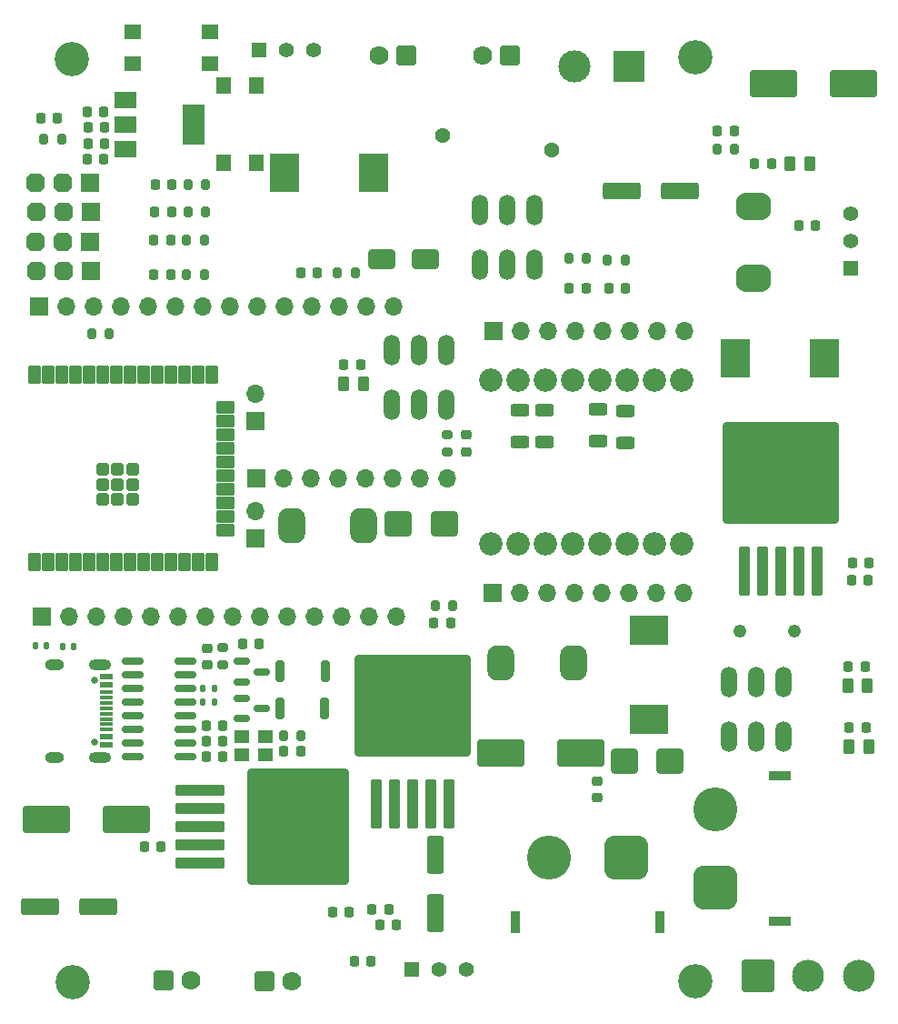
<source format=gbr>
%TF.GenerationSoftware,KiCad,Pcbnew,8.0.2*%
%TF.CreationDate,2024-05-19T21:43:39+05:30*%
%TF.ProjectId,Evoborne,45766f62-6f72-46e6-952e-6b696361645f,rev?*%
%TF.SameCoordinates,Original*%
%TF.FileFunction,Soldermask,Top*%
%TF.FilePolarity,Negative*%
%FSLAX46Y46*%
G04 Gerber Fmt 4.6, Leading zero omitted, Abs format (unit mm)*
G04 Created by KiCad (PCBNEW 8.0.2) date 2024-05-19 21:43:39*
%MOMM*%
%LPD*%
G01*
G04 APERTURE LIST*
G04 Aperture macros list*
%AMRoundRect*
0 Rectangle with rounded corners*
0 $1 Rounding radius*
0 $2 $3 $4 $5 $6 $7 $8 $9 X,Y pos of 4 corners*
0 Add a 4 corners polygon primitive as box body*
4,1,4,$2,$3,$4,$5,$6,$7,$8,$9,$2,$3,0*
0 Add four circle primitives for the rounded corners*
1,1,$1+$1,$2,$3*
1,1,$1+$1,$4,$5*
1,1,$1+$1,$6,$7*
1,1,$1+$1,$8,$9*
0 Add four rect primitives between the rounded corners*
20,1,$1+$1,$2,$3,$4,$5,0*
20,1,$1+$1,$4,$5,$6,$7,0*
20,1,$1+$1,$6,$7,$8,$9,0*
20,1,$1+$1,$8,$9,$2,$3,0*%
%AMFreePoly0*
4,1,25,0.440719,0.844196,0.452842,0.833842,0.833842,0.452842,0.862349,0.396894,0.863600,0.381000,0.863600,-0.381000,0.844196,-0.440719,0.833842,-0.452842,0.452842,-0.833842,0.396894,-0.862349,0.381000,-0.863600,-0.381000,-0.863600,-0.440719,-0.844196,-0.452842,-0.833842,-0.833842,-0.452842,-0.862349,-0.396894,-0.863600,-0.381000,-0.863600,0.381000,-0.844196,0.440719,-0.833842,0.452842,
-0.452842,0.833842,-0.396894,0.862349,-0.381000,0.863600,0.381000,0.863600,0.440719,0.844196,0.440719,0.844196,$1*%
G04 Aperture macros list end*
%ADD10RoundRect,0.250000X1.500000X0.550000X-1.500000X0.550000X-1.500000X-0.550000X1.500000X-0.550000X0*%
%ADD11RoundRect,0.200000X-0.200000X-0.275000X0.200000X-0.275000X0.200000X0.275000X-0.200000X0.275000X0*%
%ADD12RoundRect,0.250000X0.300000X-2.050000X0.300000X2.050000X-0.300000X2.050000X-0.300000X-2.050000X0*%
%ADD13RoundRect,0.250002X5.149998X-4.449998X5.149998X4.449998X-5.149998X4.449998X-5.149998X-4.449998X0*%
%ADD14RoundRect,0.101600X-0.762000X0.762000X-0.762000X-0.762000X0.762000X-0.762000X0.762000X0.762000X0*%
%ADD15FreePoly0,270.000000*%
%ADD16R,1.700000X1.700000*%
%ADD17O,1.700000X1.700000*%
%ADD18RoundRect,0.102000X0.787500X0.787500X-0.787500X0.787500X-0.787500X-0.787500X0.787500X-0.787500X0*%
%ADD19C,1.779000*%
%ADD20R,2.700000X3.600000*%
%ADD21RoundRect,0.250000X-1.000000X-0.650000X1.000000X-0.650000X1.000000X0.650000X-1.000000X0.650000X0*%
%ADD22RoundRect,0.200000X-0.200000X-0.800000X0.200000X-0.800000X0.200000X0.800000X-0.200000X0.800000X0*%
%ADD23RoundRect,0.102000X0.450000X-0.750000X0.450000X0.750000X-0.450000X0.750000X-0.450000X-0.750000X0*%
%ADD24RoundRect,0.102000X0.750000X-0.450000X0.750000X0.450000X-0.750000X0.450000X-0.750000X-0.450000X0*%
%ADD25RoundRect,0.102000X0.450000X-0.450000X0.450000X0.450000X-0.450000X0.450000X-0.450000X-0.450000X0*%
%ADD26RoundRect,0.225000X-0.225000X-0.250000X0.225000X-0.250000X0.225000X0.250000X-0.225000X0.250000X0*%
%ADD27RoundRect,0.250000X0.550000X-1.500000X0.550000X1.500000X-0.550000X1.500000X-0.550000X-1.500000X0*%
%ADD28RoundRect,0.102000X-0.609000X-0.609000X0.609000X-0.609000X0.609000X0.609000X-0.609000X0.609000X0*%
%ADD29C,1.422000*%
%ADD30RoundRect,0.200000X0.200000X0.275000X-0.200000X0.275000X-0.200000X-0.275000X0.200000X-0.275000X0*%
%ADD31RoundRect,0.250000X-1.000000X-0.900000X1.000000X-0.900000X1.000000X0.900000X-1.000000X0.900000X0*%
%ADD32RoundRect,0.200000X0.275000X-0.200000X0.275000X0.200000X-0.275000X0.200000X-0.275000X-0.200000X0*%
%ADD33RoundRect,0.250000X1.950000X1.000000X-1.950000X1.000000X-1.950000X-1.000000X1.950000X-1.000000X0*%
%ADD34RoundRect,0.225000X0.225000X0.250000X-0.225000X0.250000X-0.225000X-0.250000X0.225000X-0.250000X0*%
%ADD35RoundRect,0.218750X-0.218750X-0.256250X0.218750X-0.256250X0.218750X0.256250X-0.218750X0.256250X0*%
%ADD36RoundRect,0.200000X-0.275000X0.200000X-0.275000X-0.200000X0.275000X-0.200000X0.275000X0.200000X0*%
%ADD37C,3.200000*%
%ADD38R,1.600000X1.400000*%
%ADD39RoundRect,0.218750X0.218750X0.256250X-0.218750X0.256250X-0.218750X-0.256250X0.218750X-0.256250X0*%
%ADD40RoundRect,0.150000X-0.587500X-0.150000X0.587500X-0.150000X0.587500X0.150000X-0.587500X0.150000X0*%
%ADD41R,1.400000X1.600000*%
%ADD42O,1.524000X2.844800*%
%ADD43RoundRect,0.250000X0.262500X0.450000X-0.262500X0.450000X-0.262500X-0.450000X0.262500X-0.450000X0*%
%ADD44RoundRect,0.218750X-0.256250X0.218750X-0.256250X-0.218750X0.256250X-0.218750X0.256250X0.218750X0*%
%ADD45RoundRect,0.135000X0.135000X0.185000X-0.135000X0.185000X-0.135000X-0.185000X0.135000X-0.185000X0*%
%ADD46RoundRect,0.135000X-0.135000X-0.185000X0.135000X-0.185000X0.135000X0.185000X-0.135000X0.185000X0*%
%ADD47RoundRect,0.962920X-0.304080X-0.674080X0.304080X-0.674080X0.304080X0.674080X-0.304080X0.674080X0*%
%ADD48RoundRect,0.250000X0.625000X-0.312500X0.625000X0.312500X-0.625000X0.312500X-0.625000X-0.312500X0*%
%ADD49RoundRect,0.102000X-0.787500X-0.787500X0.787500X-0.787500X0.787500X0.787500X-0.787500X0.787500X0*%
%ADD50C,2.184000*%
%ADD51RoundRect,0.225000X0.250000X-0.225000X0.250000X0.225000X-0.250000X0.225000X-0.250000X-0.225000X0*%
%ADD52R,0.900000X2.000000*%
%ADD53RoundRect,1.025000X1.025000X1.025000X-1.025000X1.025000X-1.025000X-1.025000X1.025000X-1.025000X0*%
%ADD54C,4.100000*%
%ADD55RoundRect,0.102000X0.609000X-0.609000X0.609000X0.609000X-0.609000X0.609000X-0.609000X-0.609000X0*%
%ADD56C,1.432000*%
%ADD57RoundRect,0.250000X-1.950000X-1.000000X1.950000X-1.000000X1.950000X1.000000X-1.950000X1.000000X0*%
%ADD58RoundRect,0.250000X1.000000X0.900000X-1.000000X0.900000X-1.000000X-0.900000X1.000000X-0.900000X0*%
%ADD59RoundRect,0.250000X-2.050000X-0.300000X2.050000X-0.300000X2.050000X0.300000X-2.050000X0.300000X0*%
%ADD60RoundRect,0.250002X-4.449998X-5.149998X4.449998X-5.149998X4.449998X5.149998X-4.449998X5.149998X0*%
%ADD61R,3.000000X3.000000*%
%ADD62C,3.000000*%
%ADD63C,0.650000*%
%ADD64R,1.240000X0.600000*%
%ADD65R,1.240000X0.300000*%
%ADD66O,2.100000X1.000000*%
%ADD67O,1.800000X1.000000*%
%ADD68R,2.000000X1.500000*%
%ADD69R,2.000000X3.800000*%
%ADD70R,3.600000X2.700000*%
%ADD71RoundRect,0.250000X-1.500000X-0.550000X1.500000X-0.550000X1.500000X0.550000X-1.500000X0.550000X0*%
%ADD72C,1.219000*%
%ADD73RoundRect,0.102000X-1.387500X-1.387500X1.387500X-1.387500X1.387500X1.387500X-1.387500X1.387500X0*%
%ADD74C,2.979000*%
%ADD75RoundRect,0.250000X-0.262500X-0.450000X0.262500X-0.450000X0.262500X0.450000X-0.262500X0.450000X0*%
%ADD76R,1.400000X1.200000*%
%ADD77RoundRect,0.962920X0.674080X-0.304080X0.674080X0.304080X-0.674080X0.304080X-0.674080X-0.304080X0*%
%ADD78RoundRect,0.150000X-0.825000X-0.150000X0.825000X-0.150000X0.825000X0.150000X-0.825000X0.150000X0*%
%ADD79R,2.000000X0.900000*%
%ADD80RoundRect,1.025000X-1.025000X1.025000X-1.025000X-1.025000X1.025000X-1.025000X1.025000X1.025000X0*%
G04 APERTURE END LIST*
D10*
%TO.C,C12*%
X57410000Y-144520000D03*
X52010000Y-144520000D03*
%TD*%
D11*
%TO.C,R14*%
X104840000Y-84290000D03*
X106490000Y-84290000D03*
%TD*%
%TO.C,R20*%
X52355000Y-73000000D03*
X54005000Y-73000000D03*
%TD*%
D12*
%TO.C,U5*%
X83285000Y-134935000D03*
X84985000Y-134935000D03*
X86685000Y-134935000D03*
D13*
X86685000Y-125785000D03*
D12*
X88385000Y-134935000D03*
X90085000Y-134935000D03*
%TD*%
D14*
%TO.C,J6*%
X56640000Y-82580000D03*
D15*
X54100000Y-82580000D03*
X51560000Y-82580000D03*
%TD*%
D16*
%TO.C,J12*%
X94130000Y-115310000D03*
D17*
X96670000Y-115310000D03*
X99210000Y-115310000D03*
X101750000Y-115310000D03*
X104290000Y-115310000D03*
X106830000Y-115310000D03*
X109370000Y-115310000D03*
X111910000Y-115310000D03*
%TD*%
D14*
%TO.C,J5*%
X56700000Y-85330000D03*
D15*
X54160000Y-85330000D03*
X51620000Y-85330000D03*
%TD*%
D11*
%TO.C,R19*%
X115052500Y-73930000D03*
X116702500Y-73930000D03*
%TD*%
D18*
%TO.C,J4*%
X86086000Y-65261000D03*
D19*
X83586000Y-65261000D03*
%TD*%
D20*
%TO.C,L3*%
X83050000Y-76210000D03*
X74750000Y-76210000D03*
%TD*%
D21*
%TO.C,D8*%
X83860000Y-84220000D03*
X87860000Y-84220000D03*
%TD*%
D22*
%TO.C,SW6*%
X74360000Y-122560000D03*
X78560000Y-122560000D03*
%TD*%
D23*
%TO.C,U3*%
X51480000Y-112450000D03*
X52750000Y-112450000D03*
X54020000Y-112450000D03*
X55290000Y-112450000D03*
X56560000Y-112450000D03*
X57830000Y-112450000D03*
X59100000Y-112450000D03*
X60370000Y-112450000D03*
X61640000Y-112450000D03*
X62910000Y-112450000D03*
X64180000Y-112450000D03*
X65450000Y-112450000D03*
X66720000Y-112450000D03*
X67990000Y-112450000D03*
D24*
X69240000Y-109415000D03*
X69240000Y-108145000D03*
X69240000Y-106875000D03*
X69240000Y-105605000D03*
X69240000Y-104335000D03*
X69240000Y-103065000D03*
X69240000Y-101795000D03*
X69240000Y-100525000D03*
X69240000Y-99255000D03*
X69240000Y-97985000D03*
D23*
X67990000Y-94950000D03*
X66720000Y-94950000D03*
X65450000Y-94950000D03*
X64180000Y-94950000D03*
X62910000Y-94950000D03*
X61640000Y-94950000D03*
X60370000Y-94950000D03*
X59100000Y-94950000D03*
X57830000Y-94950000D03*
X56560000Y-94950000D03*
X55290000Y-94950000D03*
X54020000Y-94950000D03*
X52750000Y-94950000D03*
X51480000Y-94950000D03*
D25*
X57800000Y-106600000D03*
X57800000Y-105200000D03*
X57800000Y-103800000D03*
X59200000Y-106600000D03*
X59200000Y-105200000D03*
X59200000Y-103800000D03*
X60600000Y-106600000D03*
X60600000Y-105200000D03*
X60600000Y-103800000D03*
%TD*%
D16*
%TO.C,J17*%
X51890000Y-88590000D03*
D17*
X54430000Y-88590000D03*
X56970000Y-88590000D03*
X59510000Y-88590000D03*
X62050000Y-88590000D03*
X64590000Y-88590000D03*
X67130000Y-88590000D03*
X69670000Y-88590000D03*
X72210000Y-88590000D03*
X74750000Y-88590000D03*
X77290000Y-88590000D03*
X79830000Y-88590000D03*
X82370000Y-88590000D03*
X84910000Y-88590000D03*
%TD*%
D26*
%TO.C,C24*%
X74725000Y-130050000D03*
X76275000Y-130050000D03*
%TD*%
D27*
%TO.C,+C9*%
X88790000Y-145080000D03*
X88790000Y-139680000D03*
%TD*%
D16*
%TO.C,J11*%
X94270000Y-90910000D03*
D17*
X96810000Y-90910000D03*
X99350000Y-90910000D03*
X101890000Y-90910000D03*
X104430000Y-90910000D03*
X106970000Y-90910000D03*
X109510000Y-90910000D03*
X112050000Y-90910000D03*
%TD*%
D28*
%TO.C,R6*%
X72390000Y-64770000D03*
D29*
X74930000Y-64770000D03*
X77470000Y-64770000D03*
%TD*%
D12*
%TO.C,U4*%
X117610000Y-113250000D03*
X119310000Y-113250000D03*
X121010000Y-113250000D03*
D13*
X121010000Y-104100000D03*
D12*
X122710000Y-113250000D03*
X124410000Y-113250000D03*
%TD*%
D11*
%TO.C,R18*%
X65790000Y-77280000D03*
X67440000Y-77280000D03*
%TD*%
D30*
%TO.C,R11*%
X102885000Y-84110000D03*
X101235000Y-84110000D03*
%TD*%
D26*
%TO.C,C13*%
X81280000Y-149606000D03*
X82830000Y-149606000D03*
%TD*%
D31*
%TO.C,D3*%
X85330000Y-108820000D03*
X89630000Y-108820000D03*
%TD*%
D32*
%TO.C,R8*%
X69010000Y-122015000D03*
X69010000Y-120365000D03*
%TD*%
D33*
%TO.C,C11+*%
X102340000Y-130230000D03*
X94940000Y-130230000D03*
%TD*%
D34*
%TO.C,C17*%
X129140000Y-114100000D03*
X127590000Y-114100000D03*
%TD*%
D35*
%TO.C,D18*%
X52044500Y-71120000D03*
X53619500Y-71120000D03*
%TD*%
D16*
%TO.C,J15*%
X72136000Y-104648000D03*
D17*
X74676000Y-104648000D03*
X77216000Y-104648000D03*
X79756000Y-104648000D03*
X82296000Y-104648000D03*
X84836000Y-104648000D03*
X87376000Y-104648000D03*
X89916000Y-104648000D03*
%TD*%
D36*
%TO.C,R12*%
X89916000Y-100521000D03*
X89916000Y-102171000D03*
%TD*%
D11*
%TO.C,R17*%
X65752500Y-79830000D03*
X67402500Y-79830000D03*
%TD*%
D37*
%TO.C,H2*%
X54980000Y-65620000D03*
%TD*%
D38*
%TO.C,SW7_4*%
X60662000Y-66016000D03*
X67862000Y-66016000D03*
X60662000Y-63016000D03*
X67862000Y-63016000D03*
%TD*%
D34*
%TO.C,C3*%
X57990000Y-71950000D03*
X56440000Y-71950000D03*
%TD*%
D26*
%TO.C,C21*%
X67500000Y-130560000D03*
X69050000Y-130560000D03*
%TD*%
%TO.C,C22*%
X67500000Y-127620000D03*
X69050000Y-127620000D03*
%TD*%
D22*
%TO.C,SW5*%
X74320000Y-126020000D03*
X78520000Y-126020000D03*
%TD*%
D39*
%TO.C,D15+*%
X64270000Y-79840000D03*
X62695000Y-79840000D03*
%TD*%
D40*
%TO.C,Q1*%
X70785000Y-125110000D03*
X70785000Y-127010000D03*
X72660000Y-126060000D03*
%TD*%
%TO.C,Q2*%
X70780000Y-121680000D03*
X70780000Y-123580000D03*
X72655000Y-122630000D03*
%TD*%
D41*
%TO.C,SW8_2*%
X69112000Y-68028000D03*
X69112000Y-75228000D03*
X72112000Y-68028000D03*
X72112000Y-75228000D03*
%TD*%
D39*
%TO.C,D13+*%
X64180000Y-85620000D03*
X62605000Y-85620000D03*
%TD*%
D26*
%TO.C,C25*%
X70840000Y-120060000D03*
X72390000Y-120060000D03*
%TD*%
D14*
%TO.C,J8*%
X56650000Y-77120000D03*
D15*
X54110000Y-77120000D03*
X51570000Y-77120000D03*
%TD*%
D42*
%TO.C,SW3*%
X84770000Y-92710000D03*
X87310000Y-92710000D03*
X89850000Y-92710000D03*
X84770000Y-97790000D03*
X87310000Y-97790000D03*
X89850000Y-97790000D03*
%TD*%
D43*
%TO.C,R22*%
X123692500Y-75320000D03*
X121867500Y-75320000D03*
%TD*%
D44*
%TO.C,+D10*%
X91694000Y-100558500D03*
X91694000Y-102133500D03*
%TD*%
D39*
%TO.C,+D2*%
X128829000Y-122174000D03*
X127254000Y-122174000D03*
%TD*%
D20*
%TO.C,L1*%
X116800000Y-93410000D03*
X125100000Y-93410000D03*
%TD*%
D26*
%TO.C,C15*%
X61695000Y-138940000D03*
X63245000Y-138940000D03*
%TD*%
D16*
%TO.C,J18*%
X72070000Y-110225000D03*
D17*
X72070000Y-107685000D03*
%TD*%
D39*
%TO.C,+D9*%
X102877500Y-86890000D03*
X101302500Y-86890000D03*
%TD*%
%TO.C,D14+*%
X64147500Y-82450000D03*
X62572500Y-82450000D03*
%TD*%
D45*
%TO.C,R29\u002C28*%
X68210000Y-124220000D03*
X67190000Y-124220000D03*
%TD*%
D37*
%TO.C,H3*%
X113020000Y-65430000D03*
%TD*%
D46*
%TO.C,R25*%
X54090000Y-120320000D03*
X55110000Y-120320000D03*
%TD*%
D35*
%TO.C,D5+*%
X115072500Y-72270000D03*
X116647500Y-72270000D03*
%TD*%
D11*
%TO.C,R9*%
X74680000Y-128550000D03*
X76330000Y-128550000D03*
%TD*%
D14*
%TO.C,J7*%
X56710000Y-79800000D03*
D15*
X54170000Y-79800000D03*
X51630000Y-79800000D03*
%TD*%
D47*
%TO.C,D7*%
X82157500Y-109060000D03*
X75427500Y-109060000D03*
%TD*%
D48*
%TO.C,R4*%
X106500000Y-101285000D03*
X106500000Y-98360000D03*
%TD*%
D42*
%TO.C,SW2*%
X121260000Y-128680000D03*
X118720000Y-128680000D03*
X116180000Y-128680000D03*
X121260000Y-123600000D03*
X118720000Y-123600000D03*
X116180000Y-123600000D03*
%TD*%
D47*
%TO.C,D6*%
X101660000Y-121800000D03*
X94930000Y-121800000D03*
%TD*%
D49*
%TO.C,J1*%
X63520000Y-151384000D03*
D19*
X66020000Y-151384000D03*
%TD*%
D49*
%TO.C,J2*%
X72918000Y-151401000D03*
D19*
X75418000Y-151401000D03*
%TD*%
D39*
%TO.C,+D11*%
X90247500Y-118100000D03*
X88672500Y-118100000D03*
%TD*%
D50*
%TO.C,U1*%
X93990000Y-110740000D03*
X96530000Y-110740000D03*
X99070000Y-110740000D03*
X101610000Y-110740000D03*
X104150000Y-110740000D03*
X106690000Y-110740000D03*
X109230000Y-110740000D03*
X111770000Y-110740000D03*
X111770000Y-95500000D03*
X109230000Y-95500000D03*
X106690000Y-95500000D03*
X104150000Y-95500000D03*
X101610000Y-95500000D03*
X99070000Y-95500000D03*
X96530000Y-95500000D03*
X93990000Y-95500000D03*
%TD*%
D11*
%TO.C,R15*%
X65650000Y-85640000D03*
X67300000Y-85640000D03*
%TD*%
D34*
%TO.C,C2*%
X57960000Y-74930000D03*
X56410000Y-74930000D03*
%TD*%
D51*
%TO.C,C10*%
X103930000Y-134340000D03*
X103930000Y-132790000D03*
%TD*%
D16*
%TO.C,J16*%
X52120000Y-117450000D03*
D17*
X54660000Y-117450000D03*
X57200000Y-117450000D03*
X59740000Y-117450000D03*
X62280000Y-117450000D03*
X64820000Y-117450000D03*
X67360000Y-117450000D03*
X69900000Y-117450000D03*
X72440000Y-117450000D03*
X74980000Y-117450000D03*
X77520000Y-117450000D03*
X80060000Y-117450000D03*
X82600000Y-117450000D03*
X85140000Y-117450000D03*
%TD*%
D39*
%TO.C,D16+*%
X64287500Y-77260000D03*
X62712500Y-77260000D03*
%TD*%
D52*
%TO.C,J9*%
X109740000Y-145940000D03*
X96240000Y-145940000D03*
D53*
X106590000Y-139940000D03*
D54*
X99390000Y-139940000D03*
%TD*%
D46*
%TO.C,R26*%
X51570000Y-120220000D03*
X52590000Y-120220000D03*
%TD*%
D35*
%TO.C,D12+*%
X104972500Y-86940000D03*
X106547500Y-86940000D03*
%TD*%
D26*
%TO.C,C6*%
X127675000Y-112520000D03*
X129225000Y-112520000D03*
%TD*%
D11*
%TO.C,R27*%
X56800000Y-91200000D03*
X58450000Y-91200000D03*
%TD*%
D26*
%TO.C,C14*%
X79222000Y-145034000D03*
X80772000Y-145034000D03*
%TD*%
D55*
%TO.C,R7*%
X127508000Y-85090000D03*
D29*
X127508000Y-82550000D03*
X127508000Y-80010000D03*
%TD*%
D34*
%TO.C,C4*%
X57960000Y-70490000D03*
X56410000Y-70490000D03*
%TD*%
D56*
%TO.C,F2*%
X89535000Y-72720000D03*
X99685000Y-74020000D03*
%TD*%
D35*
%TO.C,D19+*%
X118545000Y-75310000D03*
X120120000Y-75310000D03*
%TD*%
D51*
%TO.C,C23*%
X67540000Y-121995000D03*
X67540000Y-120445000D03*
%TD*%
D57*
%TO.C,C16*%
X52610000Y-136360000D03*
X60010000Y-136360000D03*
%TD*%
D58*
%TO.C,D1*%
X110700000Y-130920000D03*
X106400000Y-130920000D03*
%TD*%
D59*
%TO.C,U6*%
X66890000Y-133640000D03*
X66890000Y-135340000D03*
X66890000Y-137040000D03*
D60*
X76040000Y-137040000D03*
D59*
X66890000Y-138740000D03*
X66890000Y-140440000D03*
%TD*%
D16*
%TO.C,J19*%
X72090000Y-99285000D03*
D17*
X72090000Y-96745000D03*
%TD*%
D30*
%TO.C,R21*%
X81340000Y-85460000D03*
X79690000Y-85460000D03*
%TD*%
D35*
%TO.C,D20+*%
X127382500Y-127840000D03*
X128957500Y-127840000D03*
%TD*%
D61*
%TO.C,J13*%
X106860000Y-66290000D03*
D62*
X101780000Y-66290000D03*
%TD*%
D28*
%TO.C,R5*%
X86614000Y-150368000D03*
D29*
X89154000Y-150368000D03*
X91694000Y-150368000D03*
%TD*%
D63*
%TO.C,J14*%
X57055000Y-123380000D03*
X57055000Y-129160000D03*
D64*
X58175000Y-123070000D03*
X58175000Y-123870000D03*
D65*
X58175000Y-125020000D03*
X58175000Y-126020000D03*
X58175000Y-126520000D03*
X58175000Y-127520000D03*
D64*
X58175000Y-128670000D03*
X58175000Y-129470000D03*
X58175000Y-129470000D03*
X58175000Y-128670000D03*
D65*
X58175000Y-128020000D03*
X58175000Y-127020000D03*
X58175000Y-125520000D03*
X58175000Y-124520000D03*
D64*
X58175000Y-123870000D03*
X58175000Y-123070000D03*
D66*
X57575000Y-121950000D03*
D67*
X53375000Y-121950000D03*
D66*
X57575000Y-130590000D03*
D67*
X53375000Y-130590000D03*
%TD*%
D33*
%TO.C,C19+*%
X127750000Y-67890000D03*
X120350000Y-67890000D03*
%TD*%
D48*
%TO.C,R2*%
X96680000Y-101192500D03*
X96680000Y-98267500D03*
%TD*%
D68*
%TO.C,U2*%
X59980000Y-69390000D03*
X59980000Y-71690000D03*
D69*
X66280000Y-71690000D03*
D68*
X59980000Y-73990000D03*
%TD*%
D26*
%TO.C,C20*%
X67480000Y-129100000D03*
X69030000Y-129100000D03*
%TD*%
D37*
%TO.C,H4*%
X55010000Y-151550000D03*
%TD*%
%TO.C,H1*%
X113010000Y-151450000D03*
%TD*%
D26*
%TO.C,C26*%
X80305000Y-94050000D03*
X81855000Y-94050000D03*
%TD*%
D34*
%TO.C,C1*%
X57990000Y-73470000D03*
X56440000Y-73470000D03*
%TD*%
D70*
%TO.C,L2*%
X108730000Y-127070000D03*
X108730000Y-118770000D03*
%TD*%
D35*
%TO.C,D17+*%
X76275000Y-85450000D03*
X77850000Y-85450000D03*
%TD*%
D71*
%TO.C,C5*%
X106170000Y-77850000D03*
X111570000Y-77850000D03*
%TD*%
D72*
%TO.C,F1*%
X122245000Y-118830000D03*
X117195000Y-118830000D03*
%TD*%
D26*
%TO.C,C18*%
X122656000Y-81100000D03*
X124206000Y-81100000D03*
%TD*%
D43*
%TO.C,R23*%
X129079000Y-123952000D03*
X127254000Y-123952000D03*
%TD*%
D42*
%TO.C,SW4*%
X93000000Y-79630000D03*
X95540000Y-79630000D03*
X98080000Y-79630000D03*
X93000000Y-84710000D03*
X95540000Y-84710000D03*
X98080000Y-84710000D03*
%TD*%
D73*
%TO.C,SW_1*%
X118870000Y-150940000D03*
D74*
X123570000Y-150940000D03*
X128270000Y-150940000D03*
%TD*%
D75*
%TO.C,R24*%
X127387500Y-129640000D03*
X129212500Y-129640000D03*
%TD*%
D48*
%TO.C,R3*%
X104010000Y-101125000D03*
X104010000Y-98200000D03*
%TD*%
D75*
%TO.C,R10*%
X80277500Y-95810000D03*
X82102500Y-95810000D03*
%TD*%
D76*
%TO.C,Y1*%
X70780000Y-130370000D03*
X72980000Y-130370000D03*
X72980000Y-128670000D03*
X70780000Y-128670000D03*
%TD*%
D77*
%TO.C,D4*%
X118430000Y-79302500D03*
X118430000Y-86032500D03*
%TD*%
D45*
%TO.C,R28*%
X68210000Y-125490000D03*
X67190000Y-125490000D03*
%TD*%
D26*
%TO.C,C8*%
X83630000Y-146230000D03*
X85180000Y-146230000D03*
%TD*%
D48*
%TO.C,R1*%
X99020000Y-101210000D03*
X99020000Y-98285000D03*
%TD*%
D78*
%TO.C,U7*%
X60590000Y-121660000D03*
X60590000Y-122930000D03*
X60590000Y-124200000D03*
X60590000Y-125470000D03*
X60590000Y-126740000D03*
X60590000Y-128010000D03*
X60590000Y-129280000D03*
X60590000Y-130550000D03*
X65540000Y-130550000D03*
X65540000Y-129280000D03*
X65540000Y-128010000D03*
X65540000Y-126740000D03*
X65540000Y-125470000D03*
X65540000Y-124200000D03*
X65540000Y-122930000D03*
X65540000Y-121660000D03*
%TD*%
D18*
%TO.C,J3*%
X95758000Y-65244000D03*
D19*
X93258000Y-65244000D03*
%TD*%
D26*
%TO.C,C7*%
X82920000Y-144740000D03*
X84470000Y-144740000D03*
%TD*%
D30*
%TO.C,R13*%
X90445000Y-116480000D03*
X88795000Y-116480000D03*
%TD*%
D79*
%TO.C,J10*%
X120940000Y-132330000D03*
X120940000Y-145830000D03*
D80*
X114940000Y-142680000D03*
D54*
X114940000Y-135480000D03*
%TD*%
D11*
%TO.C,R16*%
X65625000Y-82470000D03*
X67275000Y-82470000D03*
%TD*%
M02*

</source>
